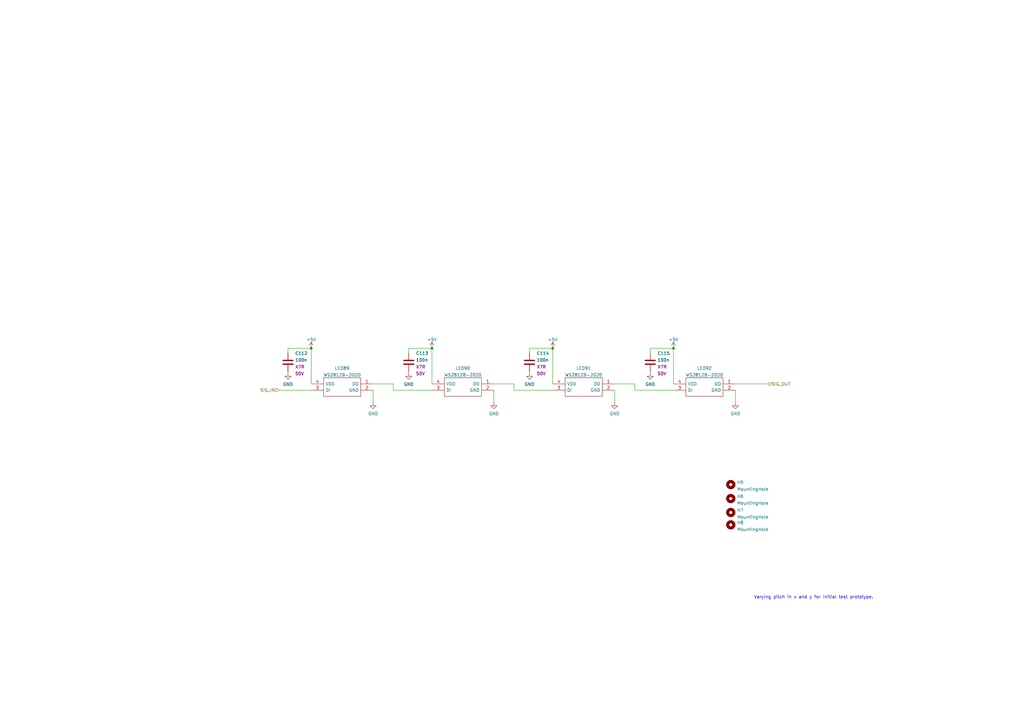
<source format=kicad_sch>
(kicad_sch (version 20211123) (generator eeschema)
  (paper "A3")
  (title_block (title "Masa") (date "2022-12-23") (rev "A"))
  (lib_symbols
    (symbol "Capacitor_JLC:100n" (pin_numbers hide) (pin_names (offset 0.254))
      (property "Reference" "C" (at 3.175 3.175 0))
      (property "Value" "100n" (at 3.175 1.27 0))
      (property "Type" "X7R" (at 5.08 -3.175 0))
      (property "Voltage" "50V" (at 5.08 -1.27 0))
      (symbol "100n_0_1"
        (polyline (pts (xy -2.032 -0.762) (xy 2.032 -0.762)) (stroke (width 0.508)))
        (polyline (pts (xy -2.032 0.762) (xy 2.032 0.762)) (stroke (width 0.508)))
      )
      (symbol "100n_1_1"
        (pin passive line (at 0 3.81 270) (length 2.794) (name "~") (number "1"))
        (pin passive line (at 0 -3.81 90) (length 2.794) (name "~") (number "2"))
      )
    )
    (symbol "Diode_JLC:WS2812B-2020" (pin_names (offset 0.762))
      (property "Reference" "LED" (at 32.385 7.62 0))
      (property "Value" "WS2812B-2020" (at 32.385 5.08 0))
      (symbol "WS2812B-2020_0_0"
        (pin passive line (at 25.4 0 180) (length 5.08) (name "DO") (number "1"))
        (pin passive line (at 25.4 -2.54 180) (length 5.08) (name "GND") (number "2"))
        (pin passive line (at 0 -2.54 0) (length 5.08) (name "DI") (number "3"))
        (pin passive line (at 0 0 0) (length 5.08) (name "VDD") (number "4"))
      )
      (symbol "WS2812B-2020_0_1"
        (polyline (pts (xy 5.08 2.54) (xy 20.32 2.54) (xy 20.32 -5.08) (xy 5.08 -5.08) (xy 5.08 2.54)) (stroke (width 0.1524)))
      )
    )
    (symbol "Mechanical:MountingHole" (pin_names (offset 1.016))
      (property "Reference" "H" (at 0 5.08 0))
      (property "Value" "MountingHole" (at 0 3.175 0))
      (symbol "MountingHole_0_1"
        (circle (center 0 0) (radius 1.27) (stroke (width 1.27)))
      )
    )
    (symbol "power:+5V" (power) (pin_names (offset 0))
      (property "Value" "+5V" (at 0 3.556 0))
      (symbol "+5V_0_1"
        (polyline (pts (xy -0.762 1.27) (xy 0 2.54)))
        (polyline (pts (xy 0 0) (xy 0 2.54)))
        (polyline (pts (xy 0 2.54) (xy 0.762 1.27)))
      )
      (symbol "+5V_1_1"
        (pin power_in line (at 0 0 90) (length 0) hide (name "+5V") (number "1"))
      )
    )
    (symbol "power:GND" (power) (pin_names (offset 0))
      (property "Value" "GND" (at 0 -3.81 0))
      (symbol "GND_0_1"
        (polyline (pts (xy 0 0) (xy 0 -1.27) (xy 1.27 -1.27) (xy 0 -2.54) (xy -1.27 -1.27) (xy 0 -1.27)))
      )
      (symbol "GND_1_1"
        (pin power_in line (at 0 0 270) (length 0) hide (name "GND") (number "1"))
      )
    )
  )
  (junction (at 127.635 142.875))
  (junction (at 177.165 142.875))
  (junction (at 276.225 142.875))
  (junction (at 226.695 142.875))
  (wire (pts (xy 266.7 152.4) (xy 266.7 153.035)))
  (wire (pts (xy 167.64 152.4) (xy 167.64 153.035)))
  (wire (pts (xy 260.35 160.02) (xy 276.225 160.02)))
  (wire (pts (xy 161.29 157.48) (xy 161.29 160.02)))
  (wire (pts (xy 177.165 142.875) (xy 167.64 142.875)))
  (wire (pts (xy 260.35 157.48) (xy 260.35 160.02)))
  (wire (pts (xy 217.17 152.4) (xy 217.17 153.035)))
  (wire (pts (xy 217.17 142.875) (xy 217.17 144.78)))
  (wire (pts (xy 301.625 160.02) (xy 301.625 165.1)))
  (wire (pts (xy 252.095 157.48) (xy 260.35 157.48)))
  (wire (pts (xy 266.7 142.875) (xy 266.7 144.78)))
  (wire (pts (xy 314.96 157.48) (xy 301.625 157.48)))
  (wire (pts (xy 226.695 142.875) (xy 226.695 157.48)))
  (wire (pts (xy 127.635 142.875) (xy 118.11 142.875)))
  (wire (pts (xy 202.565 160.02) (xy 202.565 165.1)))
  (wire (pts (xy 252.095 160.02) (xy 252.095 165.1)))
  (wire (pts (xy 226.695 142.875) (xy 217.17 142.875)))
  (wire (pts (xy 177.165 142.875) (xy 177.165 157.48)))
  (wire (pts (xy 127.635 142.875) (xy 127.635 157.48)))
  (wire (pts (xy 210.82 160.02) (xy 226.695 160.02)))
  (wire (pts (xy 118.11 142.875) (xy 118.11 144.78)))
  (wire (pts (xy 276.225 142.875) (xy 276.225 157.48)))
  (wire (pts (xy 153.035 160.02) (xy 153.035 165.1)))
  (wire (pts (xy 167.64 142.875) (xy 167.64 144.78)))
  (wire (pts (xy 161.29 160.02) (xy 177.165 160.02)))
  (wire (pts (xy 210.82 157.48) (xy 210.82 160.02)))
  (wire (pts (xy 153.035 157.48) (xy 161.29 157.48)))
  (wire (pts (xy 114.3 160.02) (xy 127.635 160.02)))
  (wire (pts (xy 118.11 152.4) (xy 118.11 153.035)))
  (wire (pts (xy 202.565 157.48) (xy 210.82 157.48)))
  (wire (pts (xy 276.225 142.875) (xy 266.7 142.875)))
  (text "Varying pitch in x and y for initial test prototype." (at 309.245 245.745 0) (effects (font (size 1.27 1.27)) (justify left bottom)))
  (hierarchical_label "SIG_IN" (shape input) (at 114.3 160.02 180))
  (hierarchical_label "SIG_OUT" (shape input) (at 314.96 157.48 0))
  (symbol (lib_id "Capacitor_JLC:100n") (at 217.17 148.59 0) (unit 1)
    (property "Reference" "C114" (at 220.091 144.9064 0) (effects (justify left)))
    (property "Value" "100n" (at 220.091 147.6815 0) (effects (justify left)))
    (property "Footprint" "Capacitor_SMD:C_0402_1005Metric" (effects hide))
    (property "Type" "X7R" (at 220.091 150.4566 0) (effects (justify left)))
    (property "LCSC" "C307331" (effects hide))
    (property "Voltage" "50V" (at 220.091 153.2317 0) (effects (justify left)))
  )
  (symbol (lib_id "power:+5V") (at 226.695 142.875 0) (unit 1)
    (property "Reference" "#PWR0404" (effects hide))
    (property "Value" "+5V" (at 226.695 139.2705 0))
  )
  (symbol (lib_id "power:GND") (at 266.7 153.035 0) (unit 1)
    (property "Reference" "#PWR0406" (effects hide))
    (property "Value" "GND" (at 266.7 157.5975 0))
  )
  (symbol (lib_id "power:GND") (at 153.035 165.1 0) (unit 1)
    (property "Reference" "#PWR0409" (effects hide))
    (property "Value" "GND" (at 153.035 169.6625 0))
  )
  (symbol (lib_id "Diode_JLC:WS2812B-2020") (at 226.695 157.48 0) (unit 1)
    (property "Reference" "LED91" (at 239.395 151.0243 0))
    (property "Value" "WS2812B-2020" (at 239.395 153.7994 0))
    (property "Footprint" "WS2812B2020" (effects hide))
    (property "Datasheet" "https://www.alldatasheet.com/datasheet-pdf/pdf/1134522/WORLDSEMI/WS2812B-2020.html" (effects hide))
    (property "Description" "LED; SMD; 2020; RGB; 2x2x0.84mm; 3.75.3V; Lens: transparent; 2kHz" (effects hide))
    (property "Height" "0.84" (effects hide))
    (property "Manufacturer_Name" "Worldsemi" (effects hide))
    (property "Manufacturer_Part_Number" "WS2812B-2020" (effects hide))
    (property "LCSC" "C965555" (effects hide))
  )
  (symbol (lib_id "power:GND") (at 217.17 153.035 0) (unit 1)
    (property "Reference" "#PWR0405" (effects hide))
    (property "Value" "GND" (at 217.17 157.5975 0))
  )
  (symbol (lib_id "Mechanical:MountingHole") (at 299.72 210.185 0) (unit 1)
    (property "Reference" "H7" (at 302.26 209.2765 0) (effects (justify left)))
    (property "Value" "MountingHole" (at 302.26 212.0516 0) (effects (justify left)))
    (property "Footprint" "MountingHole:MountingHole_2.7mm_M2.5" (effects hide))
  )
  (symbol (lib_id "Capacitor_JLC:100n") (at 167.64 148.59 0) (unit 1)
    (property "Reference" "C113" (at 170.561 144.9064 0) (effects (justify left)))
    (property "Value" "100n" (at 170.561 147.6815 0) (effects (justify left)))
    (property "Footprint" "Capacitor_SMD:C_0402_1005Metric" (effects hide))
    (property "Type" "X7R" (at 170.561 150.4566 0) (effects (justify left)))
    (property "LCSC" "C307331" (effects hide))
    (property "Voltage" "50V" (at 170.561 153.2317 0) (effects (justify left)))
  )
  (symbol (lib_id "Mechanical:MountingHole") (at 299.72 204.47 0) (unit 1)
    (property "Reference" "H6" (at 302.26 203.5615 0) (effects (justify left)))
    (property "Value" "MountingHole" (at 302.26 206.3366 0) (effects (justify left)))
    (property "Footprint" "MountingHole:MountingHole_2.7mm_M2.5" (effects hide))
  )
  (symbol (lib_id "power:GND") (at 301.625 165.1 0) (unit 1)
    (property "Reference" "#PWR0402" (effects hide))
    (property "Value" "GND" (at 301.625 169.6625 0))
  )
  (symbol (lib_id "Mechanical:MountingHole") (at 299.72 198.755 0) (unit 1)
    (property "Reference" "H5" (at 302.26 197.8465 0) (effects (justify left)))
    (property "Value" "MountingHole" (at 302.26 200.6216 0) (effects (justify left)))
    (property "Footprint" "MountingHole:MountingHole_2.7mm_M2.5" (effects hide))
  )
  (symbol (lib_id "Diode_JLC:WS2812B-2020") (at 276.225 157.48 0) (unit 1)
    (property "Reference" "LED92" (at 288.925 151.0243 0))
    (property "Value" "WS2812B-2020" (at 288.925 153.7994 0))
    (property "Footprint" "WS2812B2020" (effects hide))
    (property "Datasheet" "https://www.alldatasheet.com/datasheet-pdf/pdf/1134522/WORLDSEMI/WS2812B-2020.html" (effects hide))
    (property "Description" "LED; SMD; 2020; RGB; 2x2x0.84mm; 3.75.3V; Lens: transparent; 2kHz" (effects hide))
    (property "Height" "0.84" (effects hide))
    (property "Manufacturer_Name" "Worldsemi" (effects hide))
    (property "Manufacturer_Part_Number" "WS2812B-2020" (effects hide))
    (property "LCSC" "C965555" (effects hide))
  )
  (symbol (lib_id "Diode_JLC:WS2812B-2020") (at 177.165 157.48 0) (unit 1)
    (property "Reference" "LED90" (at 189.865 151.0243 0))
    (property "Value" "WS2812B-2020" (at 189.865 153.7994 0))
    (property "Footprint" "WS2812B2020" (effects hide))
    (property "Datasheet" "https://www.alldatasheet.com/datasheet-pdf/pdf/1134522/WORLDSEMI/WS2812B-2020.html" (effects hide))
    (property "Description" "LED; SMD; 2020; RGB; 2x2x0.84mm; 3.75.3V; Lens: transparent; 2kHz" (effects hide))
    (property "Height" "0.84" (effects hide))
    (property "Manufacturer_Name" "Worldsemi" (effects hide))
    (property "Manufacturer_Part_Number" "WS2812B-2020" (effects hide))
    (property "LCSC" "C965555" (effects hide))
  )
  (symbol (lib_id "power:GND") (at 202.565 165.1 0) (unit 1)
    (property "Reference" "#PWR0401" (effects hide))
    (property "Value" "GND" (at 202.565 169.6625 0))
  )
  (symbol (lib_id "power:GND") (at 252.095 165.1 0) (unit 1)
    (property "Reference" "#PWR0400" (effects hide))
    (property "Value" "GND" (at 252.095 169.6625 0))
  )
  (symbol (lib_id "power:+5V") (at 177.165 142.875 0) (unit 1)
    (property "Reference" "#PWR0408" (effects hide))
    (property "Value" "+5V" (at 177.165 139.2705 0))
  )
  (symbol (lib_id "Capacitor_JLC:100n") (at 118.11 148.59 0) (unit 1)
    (property "Reference" "C112" (at 121.031 144.9064 0) (effects (justify left)))
    (property "Value" "100n" (at 121.031 147.6815 0) (effects (justify left)))
    (property "Footprint" "Capacitor_SMD:C_0402_1005Metric" (effects hide))
    (property "Type" "X7R" (at 121.031 150.4566 0) (effects (justify left)))
    (property "LCSC" "C307331" (effects hide))
    (property "Voltage" "50V" (at 121.031 153.2317 0) (effects (justify left)))
  )
  (symbol (lib_id "Capacitor_JLC:100n") (at 266.7 148.59 0) (unit 1)
    (property "Reference" "C115" (at 269.621 144.9064 0) (effects (justify left)))
    (property "Value" "100n" (at 269.621 147.6815 0) (effects (justify left)))
    (property "Footprint" "Capacitor_SMD:C_0402_1005Metric" (effects hide))
    (property "Type" "X7R" (at 269.621 150.4566 0) (effects (justify left)))
    (property "LCSC" "C307331" (effects hide))
    (property "Voltage" "50V" (at 269.621 153.2317 0) (effects (justify left)))
  )
  (symbol (lib_id "power:GND") (at 118.11 153.035 0) (unit 1)
    (property "Reference" "#PWR0407" (effects hide))
    (property "Value" "GND" (at 118.11 157.5975 0))
  )
  (symbol (lib_id "Diode_JLC:WS2812B-2020") (at 127.635 157.48 0) (unit 1)
    (property "Reference" "LED89" (at 140.335 151.0243 0))
    (property "Value" "WS2812B-2020" (at 140.335 153.7994 0))
    (property "Footprint" "WS2812B2020" (effects hide))
    (property "Datasheet" "https://www.alldatasheet.com/datasheet-pdf/pdf/1134522/WORLDSEMI/WS2812B-2020.html" (effects hide))
    (property "Description" "LED; SMD; 2020; RGB; 2x2x0.84mm; 3.75.3V; Lens: transparent; 2kHz" (effects hide))
    (property "Height" "0.84" (effects hide))
    (property "Manufacturer_Name" "Worldsemi" (effects hide))
    (property "Manufacturer_Part_Number" "WS2812B-2020" (effects hide))
    (property "LCSC" "C965555" (effects hide))
  )
  (symbol (lib_id "power:+5V") (at 276.225 142.875 0) (unit 1)
    (property "Reference" "#PWR0411" (effects hide))
    (property "Value" "+5V" (at 276.225 139.2705 0))
  )
  (symbol (lib_id "Mechanical:MountingHole") (at 299.72 215.265 0) (unit 1)
    (property "Reference" "H8" (at 302.26 214.3565 0) (effects (justify left)))
    (property "Value" "MountingHole" (at 302.26 217.1316 0) (effects (justify left)))
    (property "Footprint" "MountingHole:MountingHole_2.7mm_M2.5" (effects hide))
  )
  (symbol (lib_id "power:GND") (at 167.64 153.035 0) (unit 1)
    (property "Reference" "#PWR0410" (effects hide))
    (property "Value" "GND" (at 167.64 157.5975 0))
  )
  (symbol (lib_id "power:+5V") (at 127.635 142.875 0) (unit 1)
    (property "Reference" "#PWR0403" (effects hide))
    (property "Value" "+5V" (at 127.635 139.2705 0))
  )
)
</source>
